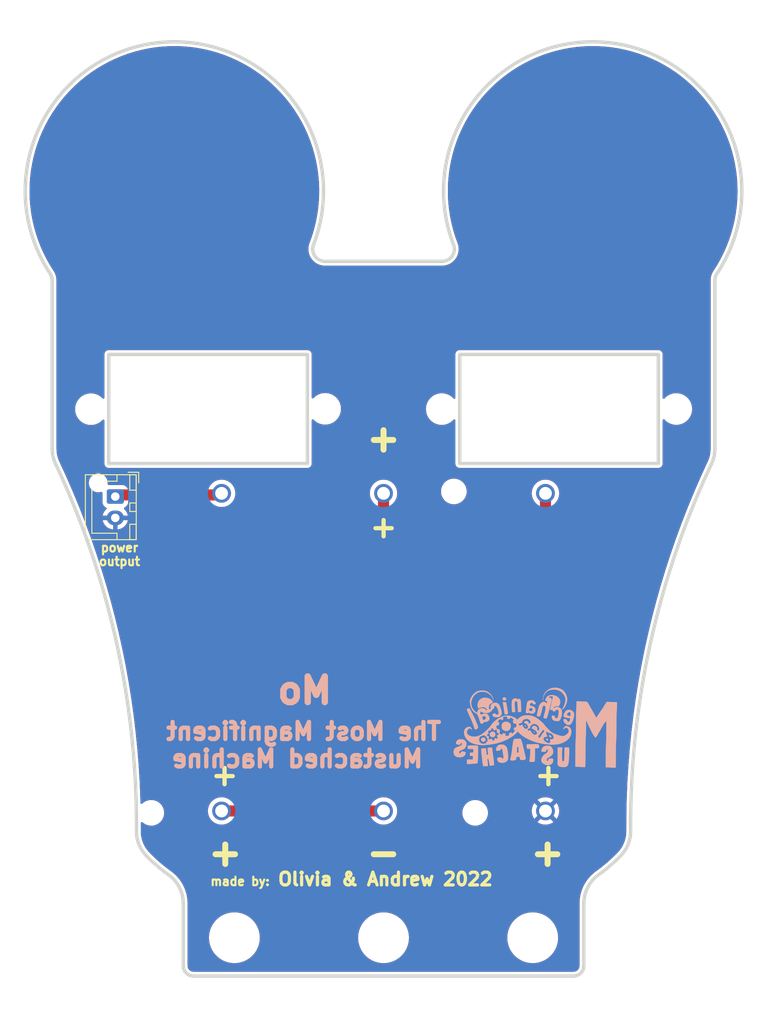
<source format=kicad_pcb>
(kicad_pcb (version 20211014) (generator pcbnew)
  (layers (0 "F.Cu" signal) (31 "B.Cu" signal) (34 "B.Paste" user) (35 "F.Paste" user) (36 "B.SilkS" user "B.Silkscreen") (37 "F.SilkS" user "F.Silkscreen") (38 "B.Mask" user) (39 "F.Mask" user) (44 "Edge.Cuts" user))
  (net 0 "")
  (net 1 "+BATT")
  (net 2 "Net-(BT1-Pad2)")
  (net 3 "Net-(BT2-Pad2)")
  (net 4 "GND")
  (footprint "Battery:16350_holder" (layer "F.Cu") (at 81 121.5 -90)
    (fp_text reference "BT1" hide)
    (fp_text value "Battery_Cell")
    (fp_text user "+" (at 14.54 -0.17 90) (layer "F.SilkS") (effects (font (size 2.5 2.5) (thickness 0.5))))
    (pad "" np_thru_hole circle (at 18.85 8.25 270) (size 2 2) (drill 2) (layers F&B.Cu *.Mask))
    (pad "1" thru_hole circle (at -18.63 0 270) (size 2.2 2.2) (drill 1.5) (layers *.Cu *.Mask) (net 1 "+BATT"))
    (pad "2" thru_hole circle (at 18.63 0 270) (size 2.2 2.2) (drill 1.5) (layers *.Cu *.Mask) (net 2 "Net-(BT1-Pad2)"))
  )
  (footprint "MountingHole:MountingHole_4.95mm_3_16in" (layer "F.Cu") (at 82.5 155)
    (fp_text reference "H1")
    (fp_text value "MountingHole")
    (pad "" np_thru_hole circle (at 0 0) (size 4.95 4.95) (drill 4.95) (layers F&B.Cu *.Mask))
  )
  (footprint "MountingHole:MountingHole_2.7mm_M2.5_ISO7380" (layer "F.Cu") (at 134.35 92.98)
    (fp_text reference "H6" hide)
    (fp_text value "MountingHole")
    (pad "" np_thru_hole circle locked (at 0 0) (size 2.7 2.7) (drill 2.7) (layers *.Cu *.Mask))
  )
  (footprint "MountingHole:MountingHole_2.7mm_M2.5_ISO7380" (layer "F.Cu") (at 106.83 92.99)
    (fp_text reference "H5" hide)
    (fp_text value "MountingHole")
    (pad "" np_thru_hole circle locked (at 0 0) (size 2.7 2.7) (drill 2.7) (layers *.Cu *.Mask))
  )
  (footprint "MountingHole:MountingHole_4.95mm_3_16in" (layer "F.Cu") (at 117.5 155)
    (fp_text reference "H3")
    (fp_text value "MountingHole")
    (pad "" np_thru_hole circle (at 0 0) (size 4.95 4.95) (drill 4.95) (layers F&B.Cu *.Mask))
  )
  (footprint "MountingHole:MountingHole_2.7mm_M2.5_ISO7380" (layer "F.Cu") (at 93.15 92.96)
    (fp_text reference "H7" hide)
    (fp_text value "MountingHole")
    (pad "" np_thru_hole circle locked (at 0 0) (size 2.7 2.7) (drill 2.7) (layers *.Cu *.Mask))
  )
  (footprint "Battery:16350_holder" (layer "F.Cu") (at 119 121.5 -90)
    (fp_text reference "BT3" hide)
    (fp_text value "Battery_Cell")
    (fp_text user "+" (at 14.54 -0.17 90) (layer "F.SilkS") (effects (font (size 2.5 2.5) (thickness 0.5))))
    (pad "" np_thru_hole circle (at 18.85 8.25 270) (size 2 2) (drill 2) (layers F&B.Cu *.Mask))
    (pad "1" thru_hole circle (at -18.63 0 270) (size 2.2 2.2) (drill 1.5) (layers *.Cu *.Mask) (net 3 "Net-(BT2-Pad2)"))
    (pad "2" thru_hole circle (at 18.63 0 270) (size 2.2 2.2) (drill 1.5) (layers *.Cu *.Mask) (net 4 "GND"))
  )
  (footprint "MountingHole:MountingHole_2.7mm_M2.5_ISO7380" (layer "F.Cu") (at 65.67 93)
    (fp_text reference "H4" hide)
    (fp_text value "MountingHole")
    (pad "" np_thru_hole circle locked (at 0 0) (size 2.7 2.7) (drill 2.7) (layers *.Cu *.Mask))
  )
  (footprint "Connector_JST:JST_XH_B2B-XH-AM_1x02_P2.50mm_Vertical" (layer "F.Cu") (at 68.525 103.25 -90)
    (fp_text reference "J1" hide)
    (fp_text value "Conn_01x02")
    (pad "" np_thru_hole circle locked (at -1.6 2 270) (size 1.2 1.2) (drill 1.2) (layers *.Cu *.Mask))
    (pad "1" thru_hole roundrect locked (at 0 0 270) (size 1.7 2) (drill 1) (layers *.Cu *.Mask) (roundrect_rratio 0.1470588235) (net 1 "+BATT"))
    (pad "2" thru_hole oval locked (at 2.5 0 270) (size 1.7 2) (drill 1) (layers *.Cu *.Mask) (net 4 "GND"))
  )
  (footprint "Battery:16350_holder" (layer "F.Cu") (at 100 121.5 90)
    (fp_text reference "BT2" hide)
    (fp_text value "Battery_Cell")
    (fp_text user "+" (at 14.54 -0.17 90) (layer "F.SilkS") (effects (font (size 2.5 2.5) (thickness 0.5))))
    (pad "" np_thru_hole circle (at 18.85 8.25 90) (size 2 2) (drill 2) (layers F&B.Cu *.Mask))
    (pad "1" thru_hole circle (at -18.63 0 90) (size 2.2 2.2) (drill 1.5) (layers *.Cu *.Mask) (net 2 "Net-(BT1-Pad2)"))
    (pad "2" thru_hole circle (at 18.63 0 90) (size 2.2 2.2) (drill 1.5) (layers *.Cu *.Mask) (net 3 "Net-(BT2-Pad2)"))
  )
  (footprint "MountingHole:MountingHole_4.95mm_3_16in" (layer "F.Cu") (at 100 155)
    (fp_text reference "H2")
    (fp_text value "MountingHole")
    (pad "" np_thru_hole circle (at 0 0) (size 4.95 4.95) (drill 4.95) (layers F&B.Cu *.Mask))
  )
  (footprint "Symbol:Mustache20mm" (layer "B.Cu") (at 117.89 131.03 180)
    (fp_text reference "G***" hide)
    (fp_text value "LOGO" hide)
  )
  (gr_arc (start 74.779893 147.625843) (mid 73.433869 146.565791) (end 72.184966 145.392875) (layer "Edge.Cuts") (width 0.4))
  (gr_arc (start 77.707107 159.5) (mid 76.853553 159.146447) (end 76.5 158.292893) (layer "Edge.Cuts") (width 0.4))
  (gr_line (start 61.118444 97.632326) (end 61.118444 77.878629) (layer "Edge.Cuts") (width 0.4))
  (gr_line (start 132.239079 86.578219) (end 108.939079 86.578219) (layer "Edge.Cuts") (width 0.4))
  (gr_arc (start 61.512464 99.393886) (mid 68.674585 120.404445) (end 71.009174 142.479074) (layer "Edge.Cuts") (width 0.4))
  (gr_line (start 122.292893 159.5) (end 77.707107 159.5) (layer "Edge.Cuts") (width 0.4))
  (gr_arc (start 127.815034 145.392875) (mid 126.566131 146.565791) (end 125.220107 147.625843) (layer "Edge.Cuts") (width 0.4))
  (gr_arc (start 108.21374 73.69886) (mid 108.057627 75.030359) (end 106.871424 75.655003) (layer "Edge.Cuts") (width 0.4))
  (gr_arc (start 123.5 158.292893) (mid 123.146447 159.146447) (end 122.292893 159.5) (layer "Edge.Cuts") (width 0.4))
  (gr_arc (start 138.881556 97.632326) (mid 138.781849 98.53487) (end 138.487536 99.393886) (layer "Edge.Cuts") (width 0.4))
  (gr_line (start 132.239079 99.378219) (end 108.939079 99.378219) (layer "Edge.Cuts") (width 0.4))
  (gr_line (start 67.760921 86.578219) (end 91.060921 86.578219) (layer "Edge.Cuts") (width 0.4))
  (gr_arc (start 61.512464 99.393886) (mid 61.218151 98.53487) (end 61.118444 97.632326) (layer "Edge.Cuts") (width 0.4))
  (gr_line (start 106.871424 75.655003) (end 93.128576 75.655003) (layer "Edge.Cuts") (width 0.4))
  (gr_arc (start 138.881556 77.878629) (mid 138.942886 77.463056) (end 139.121647 77.082916) (layer "Edge.Cuts") (width 0.4))
  (gr_arc (start 74.779893 147.625843) (mid 76.044931 149.096512) (end 76.5 150.982274) (layer "Edge.Cuts") (width 0.4))
  (gr_arc (start 60.878353 77.082916) (mid 73.553122 50.007507) (end 91.78626 73.69886) (layer "Edge.Cuts") (width 0.4))
  (gr_arc (start 128.990826 142.479074) (mid 128.690497 144.052015) (end 127.815034 145.392875) (layer "Edge.Cuts") (width 0.4))
  (gr_line (start 91.060921 99.378219) (end 91.060921 86.578219) (layer "Edge.Cuts") (width 0.4))
  (gr_line (start 67.760921 99.378219) (end 91.060921 99.378219) (layer "Edge.Cuts") (width 0.4))
  (gr_arc (start 128.990826 142.479074) (mid 131.325415 120.404445) (end 138.487536 99.393886) (layer "Edge.Cuts") (width 0.4))
  (gr_line (start 132.239079 99.378219) (end 132.239079 86.578219) (layer "Edge.Cuts") (width 0.4))
  (gr_line (start 108.939079 99.378219) (end 108.939079 86.578219) (layer "Edge.Cuts") (width 0.4))
  (gr_line (start 67.760921 99.378219) (end 67.760921 86.578219) (layer "Edge.Cuts") (width 0.4))
  (gr_arc (start 93.128576 75.655003) (mid 91.942374 75.030358) (end 91.78626 73.69886) (layer "Edge.Cuts") (width 0.4))
  (gr_line (start 76.5 158.292893) (end 76.5 150.982274) (layer "Edge.Cuts") (width 0.4))
  (gr_arc (start 72.184966 145.392875) (mid 71.309503 144.052015) (end 71.009174 142.479074) (layer "Edge.Cuts") (width 0.4))
  (gr_arc (start 108.21374 73.69886) (mid 126.446878 50.007508) (end 139.121647 77.082916) (layer "Edge.Cuts") (width 0.4))
  (gr_arc (start 60.878353 77.082916) (mid 61.057114 77.463056) (end 61.118444 77.878629) (layer "Edge.Cuts") (width 0.4))
  (gr_arc (start 123.5 150.982274) (mid 123.955069 149.096512) (end 125.220107 147.625843) (layer "Edge.Cuts") (width 0.4))
  (gr_line (start 123.5 158.292893) (end 123.5 150.982274) (layer "Edge.Cuts") (width 0.4))
  (gr_line (start 138.881556 97.632326) (end 138.881556 77.878629) (layer "Edge.Cuts") (width 0.4))
  (gr_text "The Most Magnificent \nMustached Machine" (at 89.87 132.4) (layer "B.SilkS") (effects (font (size 2 2) (thickness 0.5)) (justify mirror)))
  (gr_text "Mo" (at 90.75 126.01) (layer "B.SilkS") (effects (font (size 3 3) (thickness 0.75)) (justify mirror)))
  (gr_text "+" (at 100 96.4) (layer "F.SilkS") (effects (font (size 3 3) (thickness 0.7))))
  (gr_text "-" (at 100 145) (layer "F.SilkS") (effects (font (size 3 3) (thickness 0.7))))
  (gr_text "+" (at 81.43 145) (layer "F.SilkS") (effects (font (size 3 3) (thickness 0.7))))
  (gr_text "+" (at 119.25 145) (layer "F.SilkS") (effects (font (size 3 3) (thickness 0.7))))
  (gr_text "power\noutput" (at 69.02 110.05) (layer "F.SilkS") (effects (font (size 1 1) (thickness 0.25))))
  (gr_text "made by:" (at 83.17 148.39) (layer "F.SilkS") (effects (font (size 1 1) (thickness 0.25))))
  (gr_text "Olivia & Andrew 2022" (at 100.21 148.13) (layer "F.SilkS") (effects (font (size 1.5 1.5) (thickness 0.375))))
  (segment (start 80.81 103.06) (end 81 102.87) (width 1.3) (layer "F.Cu") (net 1))
  (segment (start 68.525 103.25) (end 68.715 103.06) (width 1.3) (layer "F.Cu") (net 1))
  (segment (start 68.715 103.06) (end 80.81 103.06) (width 1.3) (layer "F.Cu") (net 1))
  (segment (start 81 140.13) (end 100 140.13) (width 1.3) (layer "F.Cu") (net 2))
  (segment (start 116.57 108.07) (end 119 105.64) (width 1.3) (layer "F.Cu") (net 3))
  (segment (start 119 105.64) (end 119 102.87) (width 1.3) (layer "F.Cu") (net 3))
  (segment (start 100 102.87) (end 100 105.67) (width 1.3) (layer "F.Cu") (net 3))
  (segment (start 102.4 108.07) (end 116.57 108.07) (width 1.3) (layer "F.Cu") (net 3))
  (segment (start 100 105.67) (end 102.4 108.07) (width 1.3) (layer "F.Cu") (net 3))
  (zone (net 4) (net_name "GND") (layers F&B.Cu) (connect_pads (clearance 0.508)) (min_thickness 0.254) (fill yes (thermal_gap 0.508) (thermal_bridge_width 0.508))
    (polygon (pts (xy 145 165) (xy 55 165) (xy 55 45) (xy 145 45)))
  )
  (zone (net 4) (net_name "GND") (layer "F.Cu") (connect_pads (clearance 0.508)) (min_thickness 0.254) (fill yes (thermal_gap 0.508) (thermal_bridge_width 0.508))
    (polygon (pts (xy 145 165) (xy 55 165) (xy 55 45) (xy 145 45)))
  )
)
</source>
